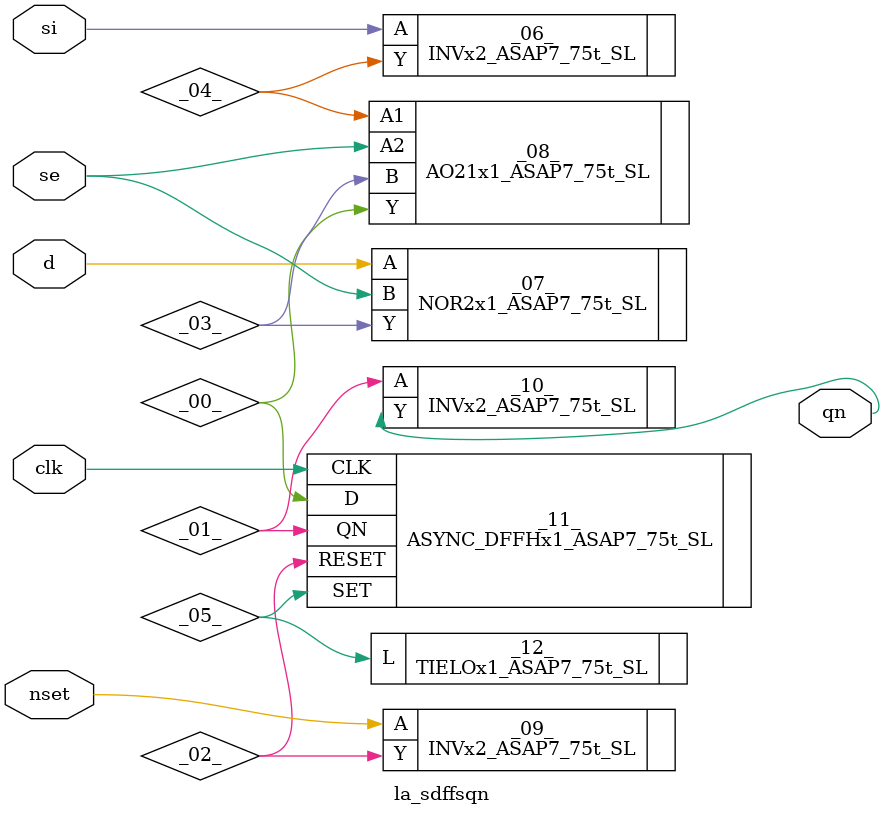
<source format=v>

/* Generated by Yosys 0.37 (git sha1 a5c7f69ed, clang 14.0.0-1ubuntu1.1 -fPIC -Os) */

module la_sdffsqn(d, si, se, clk, nset, qn);
  wire _00_;
  wire _01_;
  wire _02_;
  wire _03_;
  wire _04_;
  wire _05_;
  input clk;
  wire clk;
  input d;
  wire d;
  input nset;
  wire nset;
  output qn;
  wire qn;
  input se;
  wire se;
  input si;
  wire si;
  INVx2_ASAP7_75t_SL _06_ (
    .A(si),
    .Y(_04_)
  );
  NOR2x1_ASAP7_75t_SL _07_ (
    .A(d),
    .B(se),
    .Y(_03_)
  );
  AO21x1_ASAP7_75t_SL _08_ (
    .A1(_04_),
    .A2(se),
    .B(_03_),
    .Y(_00_)
  );
  INVx2_ASAP7_75t_SL _09_ (
    .A(nset),
    .Y(_02_)
  );
  INVx2_ASAP7_75t_SL _10_ (
    .A(_01_),
    .Y(qn)
  );
  ASYNC_DFFHx1_ASAP7_75t_SL _11_ (
    .CLK(clk),
    .D(_00_),
    .QN(_01_),
    .RESET(_02_),
    .SET(_05_)
  );
  TIELOx1_ASAP7_75t_SL _12_ (
    .L(_05_)
  );
endmodule

</source>
